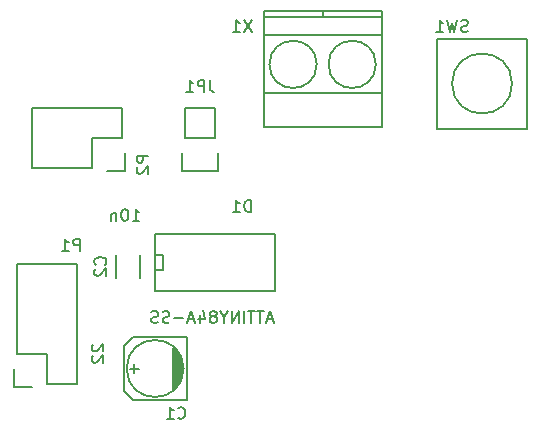
<source format=gbo>
G04 #@! TF.FileFunction,Legend,Bot*
%FSLAX46Y46*%
G04 Gerber Fmt 4.6, Leading zero omitted, Abs format (unit mm)*
G04 Created by KiCad (PCBNEW 4.0.3+e1-6302~38~ubuntu16.04.1-stable) date Mon Oct 24 21:46:35 2016*
%MOMM*%
%LPD*%
G01*
G04 APERTURE LIST*
%ADD10C,0.100000*%
%ADD11C,0.150000*%
G04 APERTURE END LIST*
D10*
D11*
X104394000Y-104902000D02*
X104394000Y-100076000D01*
X104394000Y-100076000D02*
X94234000Y-100076000D01*
X94234000Y-100076000D02*
X94234000Y-104902000D01*
X94234000Y-104902000D02*
X104394000Y-104902000D01*
X94234000Y-103124000D02*
X94869000Y-103124000D01*
X94869000Y-103124000D02*
X94869000Y-101854000D01*
X94869000Y-101854000D02*
X94234000Y-101854000D01*
X96520000Y-110871000D02*
X96520000Y-112268000D01*
X96393000Y-110617000D02*
X96393000Y-112395000D01*
X96266000Y-110236000D02*
X96266000Y-112776000D01*
X96139000Y-112903000D02*
X96139000Y-110109000D01*
X96012000Y-109982000D02*
X96012000Y-113030000D01*
X95885000Y-113157000D02*
X95885000Y-109855000D01*
X95758000Y-109728000D02*
X95758000Y-113284000D01*
X96901000Y-108839000D02*
X92329000Y-108839000D01*
X92329000Y-108839000D02*
X91567000Y-109601000D01*
X91567000Y-109601000D02*
X91567000Y-113411000D01*
X91567000Y-113411000D02*
X92329000Y-114173000D01*
X92329000Y-114173000D02*
X96901000Y-114173000D01*
X96901000Y-114173000D02*
X96901000Y-108839000D01*
X92075000Y-111506000D02*
X92837000Y-111506000D01*
X92456000Y-111125000D02*
X92456000Y-111887000D01*
X96647000Y-111506000D02*
G75*
G03X96647000Y-111506000I-2413000J0D01*
G01*
X90923000Y-103870000D02*
X90923000Y-101870000D01*
X92973000Y-101870000D02*
X92973000Y-103870000D01*
X99314000Y-91948000D02*
X99314000Y-89408000D01*
X99594000Y-94768000D02*
X99594000Y-93218000D01*
X99314000Y-91948000D02*
X96774000Y-91948000D01*
X96494000Y-93218000D02*
X96494000Y-94768000D01*
X96494000Y-94768000D02*
X99594000Y-94768000D01*
X96774000Y-91948000D02*
X96774000Y-89408000D01*
X96774000Y-89408000D02*
X99314000Y-89408000D01*
X82550000Y-110236000D02*
X82550000Y-102616000D01*
X82550000Y-102616000D02*
X87630000Y-102616000D01*
X87630000Y-102616000D02*
X87630000Y-112776000D01*
X87630000Y-112776000D02*
X85090000Y-112776000D01*
X83820000Y-113056000D02*
X82270000Y-113056000D01*
X85090000Y-112776000D02*
X85090000Y-110236000D01*
X85090000Y-110236000D02*
X82550000Y-110236000D01*
X82270000Y-113056000D02*
X82270000Y-111506000D01*
X88900000Y-94488000D02*
X83820000Y-94488000D01*
X91720000Y-94768000D02*
X91720000Y-93218000D01*
X91440000Y-91948000D02*
X88900000Y-91948000D01*
X88900000Y-91948000D02*
X88900000Y-94488000D01*
X83820000Y-94488000D02*
X83820000Y-89408000D01*
X83820000Y-89408000D02*
X88900000Y-89408000D01*
X91720000Y-94768000D02*
X90170000Y-94768000D01*
X91440000Y-89408000D02*
X91440000Y-91948000D01*
X88900000Y-89408000D02*
X91440000Y-89408000D01*
X124460000Y-87376000D02*
G75*
G03X124460000Y-87376000I-2540000J0D01*
G01*
X118110000Y-91186000D02*
X125730000Y-91186000D01*
X125730000Y-91186000D02*
X125730000Y-83566000D01*
X125730000Y-83566000D02*
X118110000Y-83566000D01*
X118110000Y-91186000D02*
X118110000Y-83566000D01*
X108418000Y-81752000D02*
X108418000Y-81252000D01*
X112918000Y-85752000D02*
G75*
G03X112918000Y-85752000I-2000000J0D01*
G01*
X107918000Y-85752000D02*
G75*
G03X107918000Y-85752000I-2000000J0D01*
G01*
X103418000Y-83252000D02*
X113418000Y-83252000D01*
X103418000Y-88152000D02*
X113418000Y-88152000D01*
X103418000Y-81752000D02*
X113418000Y-81752000D01*
X103418000Y-81252000D02*
X113418000Y-81252000D01*
X113418000Y-81252000D02*
X113418000Y-91052000D01*
X113418000Y-91052000D02*
X103418000Y-91052000D01*
X103418000Y-91052000D02*
X103418000Y-81252000D01*
X102338095Y-98242381D02*
X102338095Y-97242381D01*
X102100000Y-97242381D01*
X101957142Y-97290000D01*
X101861904Y-97385238D01*
X101814285Y-97480476D01*
X101766666Y-97670952D01*
X101766666Y-97813810D01*
X101814285Y-98004286D01*
X101861904Y-98099524D01*
X101957142Y-98194762D01*
X102100000Y-98242381D01*
X102338095Y-98242381D01*
X100814285Y-98242381D02*
X101385714Y-98242381D01*
X101100000Y-98242381D02*
X101100000Y-97242381D01*
X101195238Y-97385238D01*
X101290476Y-97480476D01*
X101385714Y-97528095D01*
X104202857Y-107354667D02*
X103726666Y-107354667D01*
X104298095Y-107640381D02*
X103964762Y-106640381D01*
X103631428Y-107640381D01*
X103440952Y-106640381D02*
X102869523Y-106640381D01*
X103155238Y-107640381D02*
X103155238Y-106640381D01*
X102679047Y-106640381D02*
X102107618Y-106640381D01*
X102393333Y-107640381D02*
X102393333Y-106640381D01*
X101774285Y-107640381D02*
X101774285Y-106640381D01*
X101298095Y-107640381D02*
X101298095Y-106640381D01*
X100726666Y-107640381D01*
X100726666Y-106640381D01*
X100060000Y-107164190D02*
X100060000Y-107640381D01*
X100393333Y-106640381D02*
X100060000Y-107164190D01*
X99726666Y-106640381D01*
X99250476Y-107068952D02*
X99345714Y-107021333D01*
X99393333Y-106973714D01*
X99440952Y-106878476D01*
X99440952Y-106830857D01*
X99393333Y-106735619D01*
X99345714Y-106688000D01*
X99250476Y-106640381D01*
X99059999Y-106640381D01*
X98964761Y-106688000D01*
X98917142Y-106735619D01*
X98869523Y-106830857D01*
X98869523Y-106878476D01*
X98917142Y-106973714D01*
X98964761Y-107021333D01*
X99059999Y-107068952D01*
X99250476Y-107068952D01*
X99345714Y-107116571D01*
X99393333Y-107164190D01*
X99440952Y-107259429D01*
X99440952Y-107449905D01*
X99393333Y-107545143D01*
X99345714Y-107592762D01*
X99250476Y-107640381D01*
X99059999Y-107640381D01*
X98964761Y-107592762D01*
X98917142Y-107545143D01*
X98869523Y-107449905D01*
X98869523Y-107259429D01*
X98917142Y-107164190D01*
X98964761Y-107116571D01*
X99059999Y-107068952D01*
X98012380Y-106973714D02*
X98012380Y-107640381D01*
X98250476Y-106592762D02*
X98488571Y-107307048D01*
X97869523Y-107307048D01*
X97536190Y-107354667D02*
X97059999Y-107354667D01*
X97631428Y-107640381D02*
X97298095Y-106640381D01*
X96964761Y-107640381D01*
X96631428Y-107259429D02*
X95869523Y-107259429D01*
X95440952Y-107592762D02*
X95298095Y-107640381D01*
X95059999Y-107640381D01*
X94964761Y-107592762D01*
X94917142Y-107545143D01*
X94869523Y-107449905D01*
X94869523Y-107354667D01*
X94917142Y-107259429D01*
X94964761Y-107211810D01*
X95059999Y-107164190D01*
X95250476Y-107116571D01*
X95345714Y-107068952D01*
X95393333Y-107021333D01*
X95440952Y-106926095D01*
X95440952Y-106830857D01*
X95393333Y-106735619D01*
X95345714Y-106688000D01*
X95250476Y-106640381D01*
X95012380Y-106640381D01*
X94869523Y-106688000D01*
X94488571Y-107592762D02*
X94345714Y-107640381D01*
X94107618Y-107640381D01*
X94012380Y-107592762D01*
X93964761Y-107545143D01*
X93917142Y-107449905D01*
X93917142Y-107354667D01*
X93964761Y-107259429D01*
X94012380Y-107211810D01*
X94107618Y-107164190D01*
X94298095Y-107116571D01*
X94393333Y-107068952D01*
X94440952Y-107021333D01*
X94488571Y-106926095D01*
X94488571Y-106830857D01*
X94440952Y-106735619D01*
X94393333Y-106688000D01*
X94298095Y-106640381D01*
X94059999Y-106640381D01*
X93917142Y-106688000D01*
X96178666Y-115673143D02*
X96226285Y-115720762D01*
X96369142Y-115768381D01*
X96464380Y-115768381D01*
X96607238Y-115720762D01*
X96702476Y-115625524D01*
X96750095Y-115530286D01*
X96797714Y-115339810D01*
X96797714Y-115196952D01*
X96750095Y-115006476D01*
X96702476Y-114911238D01*
X96607238Y-114816000D01*
X96464380Y-114768381D01*
X96369142Y-114768381D01*
X96226285Y-114816000D01*
X96178666Y-114863619D01*
X95226285Y-115768381D02*
X95797714Y-115768381D01*
X95512000Y-115768381D02*
X95512000Y-114768381D01*
X95607238Y-114911238D01*
X95702476Y-115006476D01*
X95797714Y-115054095D01*
X88955619Y-109474095D02*
X88908000Y-109521714D01*
X88860381Y-109616952D01*
X88860381Y-109855048D01*
X88908000Y-109950286D01*
X88955619Y-109997905D01*
X89050857Y-110045524D01*
X89146095Y-110045524D01*
X89288952Y-109997905D01*
X89860381Y-109426476D01*
X89860381Y-110045524D01*
X88955619Y-110426476D02*
X88908000Y-110474095D01*
X88860381Y-110569333D01*
X88860381Y-110807429D01*
X88908000Y-110902667D01*
X88955619Y-110950286D01*
X89050857Y-110997905D01*
X89146095Y-110997905D01*
X89288952Y-110950286D01*
X89860381Y-110378857D01*
X89860381Y-110997905D01*
X90005143Y-102703334D02*
X90052762Y-102655715D01*
X90100381Y-102512858D01*
X90100381Y-102417620D01*
X90052762Y-102274762D01*
X89957524Y-102179524D01*
X89862286Y-102131905D01*
X89671810Y-102084286D01*
X89528952Y-102084286D01*
X89338476Y-102131905D01*
X89243238Y-102179524D01*
X89148000Y-102274762D01*
X89100381Y-102417620D01*
X89100381Y-102512858D01*
X89148000Y-102655715D01*
X89195619Y-102703334D01*
X89195619Y-103084286D02*
X89148000Y-103131905D01*
X89100381Y-103227143D01*
X89100381Y-103465239D01*
X89148000Y-103560477D01*
X89195619Y-103608096D01*
X89290857Y-103655715D01*
X89386095Y-103655715D01*
X89528952Y-103608096D01*
X90100381Y-103036667D01*
X90100381Y-103655715D01*
X92336857Y-99004381D02*
X92908286Y-99004381D01*
X92622572Y-99004381D02*
X92622572Y-98004381D01*
X92717810Y-98147238D01*
X92813048Y-98242476D01*
X92908286Y-98290095D01*
X91717810Y-98004381D02*
X91622571Y-98004381D01*
X91527333Y-98052000D01*
X91479714Y-98099619D01*
X91432095Y-98194857D01*
X91384476Y-98385333D01*
X91384476Y-98623429D01*
X91432095Y-98813905D01*
X91479714Y-98909143D01*
X91527333Y-98956762D01*
X91622571Y-99004381D01*
X91717810Y-99004381D01*
X91813048Y-98956762D01*
X91860667Y-98909143D01*
X91908286Y-98813905D01*
X91955905Y-98623429D01*
X91955905Y-98385333D01*
X91908286Y-98194857D01*
X91860667Y-98099619D01*
X91813048Y-98052000D01*
X91717810Y-98004381D01*
X90955905Y-98337714D02*
X90955905Y-99004381D01*
X90955905Y-98432952D02*
X90908286Y-98385333D01*
X90813048Y-98337714D01*
X90670190Y-98337714D01*
X90574952Y-98385333D01*
X90527333Y-98480571D01*
X90527333Y-99004381D01*
X98877333Y-87082381D02*
X98877333Y-87796667D01*
X98924953Y-87939524D01*
X99020191Y-88034762D01*
X99163048Y-88082381D01*
X99258286Y-88082381D01*
X98401143Y-88082381D02*
X98401143Y-87082381D01*
X98020190Y-87082381D01*
X97924952Y-87130000D01*
X97877333Y-87177619D01*
X97829714Y-87272857D01*
X97829714Y-87415714D01*
X97877333Y-87510952D01*
X97924952Y-87558571D01*
X98020190Y-87606190D01*
X98401143Y-87606190D01*
X96877333Y-88082381D02*
X97448762Y-88082381D01*
X97163048Y-88082381D02*
X97163048Y-87082381D01*
X97258286Y-87225238D01*
X97353524Y-87320476D01*
X97448762Y-87368095D01*
X87860095Y-101544381D02*
X87860095Y-100544381D01*
X87479142Y-100544381D01*
X87383904Y-100592000D01*
X87336285Y-100639619D01*
X87288666Y-100734857D01*
X87288666Y-100877714D01*
X87336285Y-100972952D01*
X87383904Y-101020571D01*
X87479142Y-101068190D01*
X87860095Y-101068190D01*
X86336285Y-101544381D02*
X86907714Y-101544381D01*
X86622000Y-101544381D02*
X86622000Y-100544381D01*
X86717238Y-100687238D01*
X86812476Y-100782476D01*
X86907714Y-100830095D01*
X93670381Y-93495905D02*
X92670381Y-93495905D01*
X92670381Y-93876858D01*
X92718000Y-93972096D01*
X92765619Y-94019715D01*
X92860857Y-94067334D01*
X93003714Y-94067334D01*
X93098952Y-94019715D01*
X93146571Y-93972096D01*
X93194190Y-93876858D01*
X93194190Y-93495905D01*
X92765619Y-94448286D02*
X92718000Y-94495905D01*
X92670381Y-94591143D01*
X92670381Y-94829239D01*
X92718000Y-94924477D01*
X92765619Y-94972096D01*
X92860857Y-95019715D01*
X92956095Y-95019715D01*
X93098952Y-94972096D01*
X93670381Y-94400667D01*
X93670381Y-95019715D01*
X120713333Y-82954762D02*
X120570476Y-83002381D01*
X120332380Y-83002381D01*
X120237142Y-82954762D01*
X120189523Y-82907143D01*
X120141904Y-82811905D01*
X120141904Y-82716667D01*
X120189523Y-82621429D01*
X120237142Y-82573810D01*
X120332380Y-82526190D01*
X120522857Y-82478571D01*
X120618095Y-82430952D01*
X120665714Y-82383333D01*
X120713333Y-82288095D01*
X120713333Y-82192857D01*
X120665714Y-82097619D01*
X120618095Y-82050000D01*
X120522857Y-82002381D01*
X120284761Y-82002381D01*
X120141904Y-82050000D01*
X119808571Y-82002381D02*
X119570476Y-83002381D01*
X119379999Y-82288095D01*
X119189523Y-83002381D01*
X118951428Y-82002381D01*
X118046666Y-83002381D02*
X118618095Y-83002381D01*
X118332381Y-83002381D02*
X118332381Y-82002381D01*
X118427619Y-82145238D01*
X118522857Y-82240476D01*
X118618095Y-82288095D01*
X102409524Y-82002381D02*
X101742857Y-83002381D01*
X101742857Y-82002381D02*
X102409524Y-83002381D01*
X100838095Y-83002381D02*
X101409524Y-83002381D01*
X101123810Y-83002381D02*
X101123810Y-82002381D01*
X101219048Y-82145238D01*
X101314286Y-82240476D01*
X101409524Y-82288095D01*
M02*

</source>
